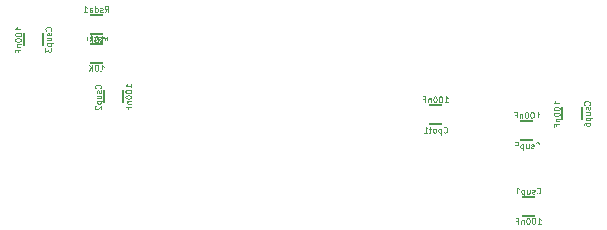
<source format=gbr>
G04 #@! TF.FileFunction,Legend,Bot*
%FSLAX46Y46*%
G04 Gerber Fmt 4.6, Leading zero omitted, Abs format (unit mm)*
G04 Created by KiCad (PCBNEW (2015-01-16 BZR 5376)-product) date 20/06/2015 16:12:35*
%MOMM*%
G01*
G04 APERTURE LIST*
%ADD10C,0.100000*%
%ADD11C,0.127000*%
%ADD12C,0.119380*%
%ADD13R,1.800200X1.800200*%
%ADD14C,1.899260*%
%ADD15R,1.597000X2.486000*%
%ADD16O,1.597000X2.486000*%
%ADD17R,1.800200X2.003400*%
%ADD18R,2.003400X1.800200*%
%ADD19R,1.701140X1.701140*%
%ADD20R,1.470000X2.232000*%
%ADD21O,1.470000X2.232000*%
%ADD22C,1.398880*%
G04 APERTURE END LIST*
D10*
D11*
X167767000Y-117398800D02*
X167767000Y-115773200D01*
X170053000Y-115773200D02*
X170053000Y-117398800D01*
X170510200Y-115773200D02*
X170510200Y-117398800D01*
X170510200Y-117398800D02*
X167309800Y-117398800D01*
X167309800Y-117398800D02*
X167309800Y-115773200D01*
X167309800Y-115773200D02*
X170510200Y-115773200D01*
X134607300Y-108458000D02*
X132981700Y-108458000D01*
X132981700Y-106172000D02*
X134607300Y-106172000D01*
X132981700Y-105714800D02*
X134607300Y-105714800D01*
X134607300Y-105714800D02*
X134607300Y-108915200D01*
X134607300Y-108915200D02*
X132981700Y-108915200D01*
X132981700Y-108915200D02*
X132981700Y-105714800D01*
X126187200Y-101346000D02*
X127812800Y-101346000D01*
X127812800Y-103632000D02*
X126187200Y-103632000D01*
X127812800Y-104089200D02*
X126187200Y-104089200D01*
X126187200Y-104089200D02*
X126187200Y-100888800D01*
X126187200Y-100888800D02*
X127812800Y-100888800D01*
X127812800Y-100888800D02*
X127812800Y-104089200D01*
X131191000Y-104444800D02*
X131191000Y-102819200D01*
X133477000Y-102819200D02*
X133477000Y-104444800D01*
X133934200Y-102819200D02*
X133934200Y-104444800D01*
X133934200Y-104444800D02*
X130733800Y-104444800D01*
X130733800Y-104444800D02*
X130733800Y-102819200D01*
X130733800Y-102819200D02*
X133934200Y-102819200D01*
X131191000Y-102031800D02*
X131191000Y-100406200D01*
X133477000Y-100406200D02*
X133477000Y-102031800D01*
X133934200Y-100406200D02*
X133934200Y-102031800D01*
X133934200Y-102031800D02*
X130733800Y-102031800D01*
X130733800Y-102031800D02*
X130733800Y-100406200D01*
X130733800Y-100406200D02*
X133934200Y-100406200D01*
X162179000Y-108026200D02*
X162179000Y-109651800D01*
X159893000Y-109651800D02*
X159893000Y-108026200D01*
X159435800Y-109651800D02*
X159435800Y-108026200D01*
X159435800Y-108026200D02*
X162636200Y-108026200D01*
X162636200Y-108026200D02*
X162636200Y-109651800D01*
X162636200Y-109651800D02*
X159435800Y-109651800D01*
X169926000Y-109359700D02*
X169926000Y-110985300D01*
X167640000Y-110985300D02*
X167640000Y-109359700D01*
X167182800Y-110985300D02*
X167182800Y-109359700D01*
X167182800Y-109359700D02*
X170383200Y-109359700D01*
X170383200Y-109359700D02*
X170383200Y-110985300D01*
X170383200Y-110985300D02*
X167182800Y-110985300D01*
X171780200Y-107632500D02*
X173405800Y-107632500D01*
X173405800Y-109918500D02*
X171780200Y-109918500D01*
X173405800Y-110375700D02*
X171780200Y-110375700D01*
X171780200Y-110375700D02*
X171780200Y-107175300D01*
X171780200Y-107175300D02*
X173405800Y-107175300D01*
X173405800Y-107175300D02*
X173405800Y-110375700D01*
D12*
X169623256Y-115469307D02*
X169647084Y-115493135D01*
X169718567Y-115516962D01*
X169766222Y-115516962D01*
X169837705Y-115493135D01*
X169885360Y-115445480D01*
X169909188Y-115397824D01*
X169933016Y-115302514D01*
X169933016Y-115231031D01*
X169909188Y-115135720D01*
X169885360Y-115088065D01*
X169837705Y-115040410D01*
X169766222Y-115016582D01*
X169718567Y-115016582D01*
X169647084Y-115040410D01*
X169623256Y-115064238D01*
X169432636Y-115493135D02*
X169384980Y-115516962D01*
X169289670Y-115516962D01*
X169242015Y-115493135D01*
X169218187Y-115445480D01*
X169218187Y-115421652D01*
X169242015Y-115373997D01*
X169289670Y-115350169D01*
X169361153Y-115350169D01*
X169408808Y-115326341D01*
X169432636Y-115278686D01*
X169432636Y-115254859D01*
X169408808Y-115207203D01*
X169361153Y-115183376D01*
X169289670Y-115183376D01*
X169242015Y-115207203D01*
X168789289Y-115183376D02*
X168789289Y-115516962D01*
X169003738Y-115183376D02*
X169003738Y-115445480D01*
X168979910Y-115493135D01*
X168932255Y-115516962D01*
X168860772Y-115516962D01*
X168813117Y-115493135D01*
X168789289Y-115469307D01*
X168551013Y-115183376D02*
X168551013Y-115683756D01*
X168551013Y-115207203D02*
X168503358Y-115183376D01*
X168408047Y-115183376D01*
X168360392Y-115207203D01*
X168336564Y-115231031D01*
X168312737Y-115278686D01*
X168312737Y-115421652D01*
X168336564Y-115469307D01*
X168360392Y-115493135D01*
X168408047Y-115516962D01*
X168503358Y-115516962D01*
X168551013Y-115493135D01*
X167836184Y-115516962D02*
X168122116Y-115516962D01*
X167979150Y-115516962D02*
X167979150Y-115016582D01*
X168026805Y-115088065D01*
X168074460Y-115135720D01*
X168122116Y-115159548D01*
X169684397Y-118082362D02*
X169970329Y-118082362D01*
X169827363Y-118082362D02*
X169827363Y-117581982D01*
X169875018Y-117653465D01*
X169922673Y-117701120D01*
X169970329Y-117724948D01*
X169374638Y-117581982D02*
X169326983Y-117581982D01*
X169279328Y-117605810D01*
X169255500Y-117629638D01*
X169231673Y-117677293D01*
X169207845Y-117772603D01*
X169207845Y-117891741D01*
X169231673Y-117987052D01*
X169255500Y-118034707D01*
X169279328Y-118058535D01*
X169326983Y-118082362D01*
X169374638Y-118082362D01*
X169422294Y-118058535D01*
X169446121Y-118034707D01*
X169469949Y-117987052D01*
X169493777Y-117891741D01*
X169493777Y-117772603D01*
X169469949Y-117677293D01*
X169446121Y-117629638D01*
X169422294Y-117605810D01*
X169374638Y-117581982D01*
X168898086Y-117581982D02*
X168850431Y-117581982D01*
X168802776Y-117605810D01*
X168778948Y-117629638D01*
X168755121Y-117677293D01*
X168731293Y-117772603D01*
X168731293Y-117891741D01*
X168755121Y-117987052D01*
X168778948Y-118034707D01*
X168802776Y-118058535D01*
X168850431Y-118082362D01*
X168898086Y-118082362D01*
X168945742Y-118058535D01*
X168969569Y-118034707D01*
X168993397Y-117987052D01*
X169017225Y-117891741D01*
X169017225Y-117772603D01*
X168993397Y-117677293D01*
X168969569Y-117629638D01*
X168945742Y-117605810D01*
X168898086Y-117581982D01*
X168516845Y-117748776D02*
X168516845Y-118082362D01*
X168516845Y-117796431D02*
X168493017Y-117772603D01*
X168445362Y-117748776D01*
X168373879Y-117748776D01*
X168326224Y-117772603D01*
X168302396Y-117820259D01*
X168302396Y-118082362D01*
X167897327Y-117820259D02*
X168064120Y-117820259D01*
X168064120Y-118082362D02*
X168064120Y-117581982D01*
X167825844Y-117581982D01*
X132677807Y-106601744D02*
X132701635Y-106577916D01*
X132725462Y-106506433D01*
X132725462Y-106458778D01*
X132701635Y-106387295D01*
X132653980Y-106339640D01*
X132606324Y-106315812D01*
X132511014Y-106291984D01*
X132439531Y-106291984D01*
X132344220Y-106315812D01*
X132296565Y-106339640D01*
X132248910Y-106387295D01*
X132225082Y-106458778D01*
X132225082Y-106506433D01*
X132248910Y-106577916D01*
X132272738Y-106601744D01*
X132701635Y-106792364D02*
X132725462Y-106840020D01*
X132725462Y-106935330D01*
X132701635Y-106982985D01*
X132653980Y-107006813D01*
X132630152Y-107006813D01*
X132582497Y-106982985D01*
X132558669Y-106935330D01*
X132558669Y-106863847D01*
X132534841Y-106816192D01*
X132487186Y-106792364D01*
X132463359Y-106792364D01*
X132415703Y-106816192D01*
X132391876Y-106863847D01*
X132391876Y-106935330D01*
X132415703Y-106982985D01*
X132391876Y-107435711D02*
X132725462Y-107435711D01*
X132391876Y-107221262D02*
X132653980Y-107221262D01*
X132701635Y-107245090D01*
X132725462Y-107292745D01*
X132725462Y-107364228D01*
X132701635Y-107411883D01*
X132677807Y-107435711D01*
X132391876Y-107673987D02*
X132892256Y-107673987D01*
X132415703Y-107673987D02*
X132391876Y-107721642D01*
X132391876Y-107816953D01*
X132415703Y-107864608D01*
X132439531Y-107888436D01*
X132487186Y-107912263D01*
X132630152Y-107912263D01*
X132677807Y-107888436D01*
X132701635Y-107864608D01*
X132725462Y-107816953D01*
X132725462Y-107721642D01*
X132701635Y-107673987D01*
X132272738Y-108102884D02*
X132248910Y-108126712D01*
X132225082Y-108174367D01*
X132225082Y-108293505D01*
X132248910Y-108341161D01*
X132272738Y-108364988D01*
X132320393Y-108388816D01*
X132368048Y-108388816D01*
X132439531Y-108364988D01*
X132725462Y-108079057D01*
X132725462Y-108388816D01*
X135290862Y-106540603D02*
X135290862Y-106254671D01*
X135290862Y-106397637D02*
X134790482Y-106397637D01*
X134861965Y-106349982D01*
X134909620Y-106302327D01*
X134933448Y-106254671D01*
X134790482Y-106850362D02*
X134790482Y-106898017D01*
X134814310Y-106945672D01*
X134838138Y-106969500D01*
X134885793Y-106993327D01*
X134981103Y-107017155D01*
X135100241Y-107017155D01*
X135195552Y-106993327D01*
X135243207Y-106969500D01*
X135267035Y-106945672D01*
X135290862Y-106898017D01*
X135290862Y-106850362D01*
X135267035Y-106802706D01*
X135243207Y-106778879D01*
X135195552Y-106755051D01*
X135100241Y-106731223D01*
X134981103Y-106731223D01*
X134885793Y-106755051D01*
X134838138Y-106778879D01*
X134814310Y-106802706D01*
X134790482Y-106850362D01*
X134790482Y-107326914D02*
X134790482Y-107374569D01*
X134814310Y-107422224D01*
X134838138Y-107446052D01*
X134885793Y-107469879D01*
X134981103Y-107493707D01*
X135100241Y-107493707D01*
X135195552Y-107469879D01*
X135243207Y-107446052D01*
X135267035Y-107422224D01*
X135290862Y-107374569D01*
X135290862Y-107326914D01*
X135267035Y-107279258D01*
X135243207Y-107255431D01*
X135195552Y-107231603D01*
X135100241Y-107207775D01*
X134981103Y-107207775D01*
X134885793Y-107231603D01*
X134838138Y-107255431D01*
X134814310Y-107279258D01*
X134790482Y-107326914D01*
X134957276Y-107708155D02*
X135290862Y-107708155D01*
X135004931Y-107708155D02*
X134981103Y-107731983D01*
X134957276Y-107779638D01*
X134957276Y-107851121D01*
X134981103Y-107898776D01*
X135028759Y-107922604D01*
X135290862Y-107922604D01*
X135028759Y-108327673D02*
X135028759Y-108160880D01*
X135290862Y-108160880D02*
X134790482Y-108160880D01*
X134790482Y-108399156D01*
X128474107Y-101724944D02*
X128497935Y-101701116D01*
X128521762Y-101629633D01*
X128521762Y-101581978D01*
X128497935Y-101510495D01*
X128450280Y-101462840D01*
X128402624Y-101439012D01*
X128307314Y-101415184D01*
X128235831Y-101415184D01*
X128140520Y-101439012D01*
X128092865Y-101462840D01*
X128045210Y-101510495D01*
X128021382Y-101581978D01*
X128021382Y-101629633D01*
X128045210Y-101701116D01*
X128069038Y-101724944D01*
X128497935Y-101915564D02*
X128521762Y-101963220D01*
X128521762Y-102058530D01*
X128497935Y-102106185D01*
X128450280Y-102130013D01*
X128426452Y-102130013D01*
X128378797Y-102106185D01*
X128354969Y-102058530D01*
X128354969Y-101987047D01*
X128331141Y-101939392D01*
X128283486Y-101915564D01*
X128259659Y-101915564D01*
X128212003Y-101939392D01*
X128188176Y-101987047D01*
X128188176Y-102058530D01*
X128212003Y-102106185D01*
X128188176Y-102558911D02*
X128521762Y-102558911D01*
X128188176Y-102344462D02*
X128450280Y-102344462D01*
X128497935Y-102368290D01*
X128521762Y-102415945D01*
X128521762Y-102487428D01*
X128497935Y-102535083D01*
X128474107Y-102558911D01*
X128188176Y-102797187D02*
X128688556Y-102797187D01*
X128212003Y-102797187D02*
X128188176Y-102844842D01*
X128188176Y-102940153D01*
X128212003Y-102987808D01*
X128235831Y-103011636D01*
X128283486Y-103035463D01*
X128426452Y-103035463D01*
X128474107Y-103011636D01*
X128497935Y-102987808D01*
X128521762Y-102940153D01*
X128521762Y-102844842D01*
X128497935Y-102797187D01*
X128021382Y-103202257D02*
X128021382Y-103512016D01*
X128212003Y-103345223D01*
X128212003Y-103416705D01*
X128235831Y-103464361D01*
X128259659Y-103488188D01*
X128307314Y-103512016D01*
X128426452Y-103512016D01*
X128474107Y-103488188D01*
X128497935Y-103464361D01*
X128521762Y-103416705D01*
X128521762Y-103273740D01*
X128497935Y-103226084D01*
X128474107Y-103202257D01*
X125956362Y-101714603D02*
X125956362Y-101428671D01*
X125956362Y-101571637D02*
X125455982Y-101571637D01*
X125527465Y-101523982D01*
X125575120Y-101476327D01*
X125598948Y-101428671D01*
X125455982Y-102024362D02*
X125455982Y-102072017D01*
X125479810Y-102119672D01*
X125503638Y-102143500D01*
X125551293Y-102167327D01*
X125646603Y-102191155D01*
X125765741Y-102191155D01*
X125861052Y-102167327D01*
X125908707Y-102143500D01*
X125932535Y-102119672D01*
X125956362Y-102072017D01*
X125956362Y-102024362D01*
X125932535Y-101976706D01*
X125908707Y-101952879D01*
X125861052Y-101929051D01*
X125765741Y-101905223D01*
X125646603Y-101905223D01*
X125551293Y-101929051D01*
X125503638Y-101952879D01*
X125479810Y-101976706D01*
X125455982Y-102024362D01*
X125455982Y-102500914D02*
X125455982Y-102548569D01*
X125479810Y-102596224D01*
X125503638Y-102620052D01*
X125551293Y-102643879D01*
X125646603Y-102667707D01*
X125765741Y-102667707D01*
X125861052Y-102643879D01*
X125908707Y-102620052D01*
X125932535Y-102596224D01*
X125956362Y-102548569D01*
X125956362Y-102500914D01*
X125932535Y-102453258D01*
X125908707Y-102429431D01*
X125861052Y-102405603D01*
X125765741Y-102381775D01*
X125646603Y-102381775D01*
X125551293Y-102405603D01*
X125503638Y-102429431D01*
X125479810Y-102453258D01*
X125455982Y-102500914D01*
X125622776Y-102882155D02*
X125956362Y-102882155D01*
X125670431Y-102882155D02*
X125646603Y-102905983D01*
X125622776Y-102953638D01*
X125622776Y-103025121D01*
X125646603Y-103072776D01*
X125694259Y-103096604D01*
X125956362Y-103096604D01*
X125694259Y-103501673D02*
X125694259Y-103334880D01*
X125956362Y-103334880D02*
X125455982Y-103334880D01*
X125455982Y-103573156D01*
X132940031Y-102562962D02*
X133106825Y-102324686D01*
X133225963Y-102562962D02*
X133225963Y-102062582D01*
X133035342Y-102062582D01*
X132987687Y-102086410D01*
X132963859Y-102110238D01*
X132940031Y-102157893D01*
X132940031Y-102229376D01*
X132963859Y-102277031D01*
X132987687Y-102300859D01*
X133035342Y-102324686D01*
X133225963Y-102324686D01*
X132749411Y-102539135D02*
X132701755Y-102562962D01*
X132606445Y-102562962D01*
X132558790Y-102539135D01*
X132534962Y-102491480D01*
X132534962Y-102467652D01*
X132558790Y-102419997D01*
X132606445Y-102396169D01*
X132677928Y-102396169D01*
X132725583Y-102372341D01*
X132749411Y-102324686D01*
X132749411Y-102300859D01*
X132725583Y-102253203D01*
X132677928Y-102229376D01*
X132606445Y-102229376D01*
X132558790Y-102253203D01*
X132106064Y-102539135D02*
X132153720Y-102562962D01*
X132249030Y-102562962D01*
X132296685Y-102539135D01*
X132320513Y-102515307D01*
X132344341Y-102467652D01*
X132344341Y-102324686D01*
X132320513Y-102277031D01*
X132296685Y-102253203D01*
X132249030Y-102229376D01*
X132153720Y-102229376D01*
X132106064Y-102253203D01*
X131820133Y-102562962D02*
X131867788Y-102539135D01*
X131891616Y-102491480D01*
X131891616Y-102062582D01*
X131367408Y-102562962D02*
X131653340Y-102562962D01*
X131510374Y-102562962D02*
X131510374Y-102062582D01*
X131558029Y-102134065D01*
X131605684Y-102181720D01*
X131653340Y-102205548D01*
X132679500Y-105128362D02*
X132965432Y-105128362D01*
X132822466Y-105128362D02*
X132822466Y-104627982D01*
X132870121Y-104699465D01*
X132917776Y-104747120D01*
X132965432Y-104770948D01*
X132369741Y-104627982D02*
X132322086Y-104627982D01*
X132274431Y-104651810D01*
X132250603Y-104675638D01*
X132226776Y-104723293D01*
X132202948Y-104818603D01*
X132202948Y-104937741D01*
X132226776Y-105033052D01*
X132250603Y-105080707D01*
X132274431Y-105104535D01*
X132322086Y-105128362D01*
X132369741Y-105128362D01*
X132417397Y-105104535D01*
X132441224Y-105080707D01*
X132465052Y-105033052D01*
X132488880Y-104937741D01*
X132488880Y-104818603D01*
X132465052Y-104723293D01*
X132441224Y-104675638D01*
X132417397Y-104651810D01*
X132369741Y-104627982D01*
X131988500Y-105128362D02*
X131988500Y-104627982D01*
X131702568Y-105128362D02*
X131917017Y-104842431D01*
X131702568Y-104627982D02*
X131988500Y-104913914D01*
X133047256Y-100149962D02*
X133214050Y-99911686D01*
X133333188Y-100149962D02*
X133333188Y-99649582D01*
X133142567Y-99649582D01*
X133094912Y-99673410D01*
X133071084Y-99697238D01*
X133047256Y-99744893D01*
X133047256Y-99816376D01*
X133071084Y-99864031D01*
X133094912Y-99887859D01*
X133142567Y-99911686D01*
X133333188Y-99911686D01*
X132856636Y-100126135D02*
X132808980Y-100149962D01*
X132713670Y-100149962D01*
X132666015Y-100126135D01*
X132642187Y-100078480D01*
X132642187Y-100054652D01*
X132666015Y-100006997D01*
X132713670Y-99983169D01*
X132785153Y-99983169D01*
X132832808Y-99959341D01*
X132856636Y-99911686D01*
X132856636Y-99887859D01*
X132832808Y-99840203D01*
X132785153Y-99816376D01*
X132713670Y-99816376D01*
X132666015Y-99840203D01*
X132213289Y-100149962D02*
X132213289Y-99649582D01*
X132213289Y-100126135D02*
X132260945Y-100149962D01*
X132356255Y-100149962D01*
X132403910Y-100126135D01*
X132427738Y-100102307D01*
X132451566Y-100054652D01*
X132451566Y-99911686D01*
X132427738Y-99864031D01*
X132403910Y-99840203D01*
X132356255Y-99816376D01*
X132260945Y-99816376D01*
X132213289Y-99840203D01*
X131760564Y-100149962D02*
X131760564Y-99887859D01*
X131784392Y-99840203D01*
X131832047Y-99816376D01*
X131927358Y-99816376D01*
X131975013Y-99840203D01*
X131760564Y-100126135D02*
X131808220Y-100149962D01*
X131927358Y-100149962D01*
X131975013Y-100126135D01*
X131998841Y-100078480D01*
X131998841Y-100030824D01*
X131975013Y-99983169D01*
X131927358Y-99959341D01*
X131808220Y-99959341D01*
X131760564Y-99935514D01*
X131260184Y-100149962D02*
X131546116Y-100149962D01*
X131403150Y-100149962D02*
X131403150Y-99649582D01*
X131450805Y-99721065D01*
X131498460Y-99768720D01*
X131546116Y-99792548D01*
X132679500Y-102715362D02*
X132965432Y-102715362D01*
X132822466Y-102715362D02*
X132822466Y-102214982D01*
X132870121Y-102286465D01*
X132917776Y-102334120D01*
X132965432Y-102357948D01*
X132369741Y-102214982D02*
X132322086Y-102214982D01*
X132274431Y-102238810D01*
X132250603Y-102262638D01*
X132226776Y-102310293D01*
X132202948Y-102405603D01*
X132202948Y-102524741D01*
X132226776Y-102620052D01*
X132250603Y-102667707D01*
X132274431Y-102691535D01*
X132322086Y-102715362D01*
X132369741Y-102715362D01*
X132417397Y-102691535D01*
X132441224Y-102667707D01*
X132465052Y-102620052D01*
X132488880Y-102524741D01*
X132488880Y-102405603D01*
X132465052Y-102310293D01*
X132441224Y-102262638D01*
X132417397Y-102238810D01*
X132369741Y-102214982D01*
X131988500Y-102715362D02*
X131988500Y-102214982D01*
X131702568Y-102715362D02*
X131917017Y-102429431D01*
X131702568Y-102214982D02*
X131988500Y-102500914D01*
X161740486Y-110313107D02*
X161764314Y-110336935D01*
X161835797Y-110360762D01*
X161883452Y-110360762D01*
X161954935Y-110336935D01*
X162002590Y-110289280D01*
X162026418Y-110241624D01*
X162050246Y-110146314D01*
X162050246Y-110074831D01*
X162026418Y-109979520D01*
X162002590Y-109931865D01*
X161954935Y-109884210D01*
X161883452Y-109860382D01*
X161835797Y-109860382D01*
X161764314Y-109884210D01*
X161740486Y-109908038D01*
X161526038Y-110027176D02*
X161526038Y-110527556D01*
X161526038Y-110051003D02*
X161478383Y-110027176D01*
X161383072Y-110027176D01*
X161335417Y-110051003D01*
X161311589Y-110074831D01*
X161287762Y-110122486D01*
X161287762Y-110265452D01*
X161311589Y-110313107D01*
X161335417Y-110336935D01*
X161383072Y-110360762D01*
X161478383Y-110360762D01*
X161526038Y-110336935D01*
X161001830Y-110360762D02*
X161049485Y-110336935D01*
X161073313Y-110313107D01*
X161097141Y-110265452D01*
X161097141Y-110122486D01*
X161073313Y-110074831D01*
X161049485Y-110051003D01*
X161001830Y-110027176D01*
X160930347Y-110027176D01*
X160882692Y-110051003D01*
X160858864Y-110074831D01*
X160835037Y-110122486D01*
X160835037Y-110265452D01*
X160858864Y-110313107D01*
X160882692Y-110336935D01*
X160930347Y-110360762D01*
X161001830Y-110360762D01*
X160692071Y-110027176D02*
X160501450Y-110027176D01*
X160620588Y-109860382D02*
X160620588Y-110289280D01*
X160596760Y-110336935D01*
X160549105Y-110360762D01*
X160501450Y-110360762D01*
X160072553Y-110360762D02*
X160358485Y-110360762D01*
X160215519Y-110360762D02*
X160215519Y-109860382D01*
X160263174Y-109931865D01*
X160310829Y-109979520D01*
X160358485Y-110003348D01*
X161810397Y-107795362D02*
X162096329Y-107795362D01*
X161953363Y-107795362D02*
X161953363Y-107294982D01*
X162001018Y-107366465D01*
X162048673Y-107414120D01*
X162096329Y-107437948D01*
X161500638Y-107294982D02*
X161452983Y-107294982D01*
X161405328Y-107318810D01*
X161381500Y-107342638D01*
X161357673Y-107390293D01*
X161333845Y-107485603D01*
X161333845Y-107604741D01*
X161357673Y-107700052D01*
X161381500Y-107747707D01*
X161405328Y-107771535D01*
X161452983Y-107795362D01*
X161500638Y-107795362D01*
X161548294Y-107771535D01*
X161572121Y-107747707D01*
X161595949Y-107700052D01*
X161619777Y-107604741D01*
X161619777Y-107485603D01*
X161595949Y-107390293D01*
X161572121Y-107342638D01*
X161548294Y-107318810D01*
X161500638Y-107294982D01*
X161024086Y-107294982D02*
X160976431Y-107294982D01*
X160928776Y-107318810D01*
X160904948Y-107342638D01*
X160881121Y-107390293D01*
X160857293Y-107485603D01*
X160857293Y-107604741D01*
X160881121Y-107700052D01*
X160904948Y-107747707D01*
X160928776Y-107771535D01*
X160976431Y-107795362D01*
X161024086Y-107795362D01*
X161071742Y-107771535D01*
X161095569Y-107747707D01*
X161119397Y-107700052D01*
X161143225Y-107604741D01*
X161143225Y-107485603D01*
X161119397Y-107390293D01*
X161095569Y-107342638D01*
X161071742Y-107318810D01*
X161024086Y-107294982D01*
X160642845Y-107461776D02*
X160642845Y-107795362D01*
X160642845Y-107509431D02*
X160619017Y-107485603D01*
X160571362Y-107461776D01*
X160499879Y-107461776D01*
X160452224Y-107485603D01*
X160428396Y-107533259D01*
X160428396Y-107795362D01*
X160023327Y-107533259D02*
X160190120Y-107533259D01*
X160190120Y-107795362D02*
X160190120Y-107294982D01*
X159951844Y-107294982D01*
X169547056Y-111646607D02*
X169570884Y-111670435D01*
X169642367Y-111694262D01*
X169690022Y-111694262D01*
X169761505Y-111670435D01*
X169809160Y-111622780D01*
X169832988Y-111575124D01*
X169856816Y-111479814D01*
X169856816Y-111408331D01*
X169832988Y-111313020D01*
X169809160Y-111265365D01*
X169761505Y-111217710D01*
X169690022Y-111193882D01*
X169642367Y-111193882D01*
X169570884Y-111217710D01*
X169547056Y-111241538D01*
X169356436Y-111670435D02*
X169308780Y-111694262D01*
X169213470Y-111694262D01*
X169165815Y-111670435D01*
X169141987Y-111622780D01*
X169141987Y-111598952D01*
X169165815Y-111551297D01*
X169213470Y-111527469D01*
X169284953Y-111527469D01*
X169332608Y-111503641D01*
X169356436Y-111455986D01*
X169356436Y-111432159D01*
X169332608Y-111384503D01*
X169284953Y-111360676D01*
X169213470Y-111360676D01*
X169165815Y-111384503D01*
X168713089Y-111360676D02*
X168713089Y-111694262D01*
X168927538Y-111360676D02*
X168927538Y-111622780D01*
X168903710Y-111670435D01*
X168856055Y-111694262D01*
X168784572Y-111694262D01*
X168736917Y-111670435D01*
X168713089Y-111646607D01*
X168474813Y-111360676D02*
X168474813Y-111861056D01*
X168474813Y-111384503D02*
X168427158Y-111360676D01*
X168331847Y-111360676D01*
X168284192Y-111384503D01*
X168260364Y-111408331D01*
X168236537Y-111455986D01*
X168236537Y-111598952D01*
X168260364Y-111646607D01*
X168284192Y-111670435D01*
X168331847Y-111694262D01*
X168427158Y-111694262D01*
X168474813Y-111670435D01*
X167783812Y-111193882D02*
X168022088Y-111193882D01*
X168045916Y-111432159D01*
X168022088Y-111408331D01*
X167974433Y-111384503D01*
X167855295Y-111384503D01*
X167807639Y-111408331D01*
X167783812Y-111432159D01*
X167759984Y-111479814D01*
X167759984Y-111598952D01*
X167783812Y-111646607D01*
X167807639Y-111670435D01*
X167855295Y-111694262D01*
X167974433Y-111694262D01*
X168022088Y-111670435D01*
X168045916Y-111646607D01*
X169557397Y-109128862D02*
X169843329Y-109128862D01*
X169700363Y-109128862D02*
X169700363Y-108628482D01*
X169748018Y-108699965D01*
X169795673Y-108747620D01*
X169843329Y-108771448D01*
X169247638Y-108628482D02*
X169199983Y-108628482D01*
X169152328Y-108652310D01*
X169128500Y-108676138D01*
X169104673Y-108723793D01*
X169080845Y-108819103D01*
X169080845Y-108938241D01*
X169104673Y-109033552D01*
X169128500Y-109081207D01*
X169152328Y-109105035D01*
X169199983Y-109128862D01*
X169247638Y-109128862D01*
X169295294Y-109105035D01*
X169319121Y-109081207D01*
X169342949Y-109033552D01*
X169366777Y-108938241D01*
X169366777Y-108819103D01*
X169342949Y-108723793D01*
X169319121Y-108676138D01*
X169295294Y-108652310D01*
X169247638Y-108628482D01*
X168771086Y-108628482D02*
X168723431Y-108628482D01*
X168675776Y-108652310D01*
X168651948Y-108676138D01*
X168628121Y-108723793D01*
X168604293Y-108819103D01*
X168604293Y-108938241D01*
X168628121Y-109033552D01*
X168651948Y-109081207D01*
X168675776Y-109105035D01*
X168723431Y-109128862D01*
X168771086Y-109128862D01*
X168818742Y-109105035D01*
X168842569Y-109081207D01*
X168866397Y-109033552D01*
X168890225Y-108938241D01*
X168890225Y-108819103D01*
X168866397Y-108723793D01*
X168842569Y-108676138D01*
X168818742Y-108652310D01*
X168771086Y-108628482D01*
X168389845Y-108795276D02*
X168389845Y-109128862D01*
X168389845Y-108842931D02*
X168366017Y-108819103D01*
X168318362Y-108795276D01*
X168246879Y-108795276D01*
X168199224Y-108819103D01*
X168175396Y-108866759D01*
X168175396Y-109128862D01*
X167770327Y-108866759D02*
X167937120Y-108866759D01*
X167937120Y-109128862D02*
X167937120Y-108628482D01*
X167698844Y-108628482D01*
X174067107Y-108011444D02*
X174090935Y-107987616D01*
X174114762Y-107916133D01*
X174114762Y-107868478D01*
X174090935Y-107796995D01*
X174043280Y-107749340D01*
X173995624Y-107725512D01*
X173900314Y-107701684D01*
X173828831Y-107701684D01*
X173733520Y-107725512D01*
X173685865Y-107749340D01*
X173638210Y-107796995D01*
X173614382Y-107868478D01*
X173614382Y-107916133D01*
X173638210Y-107987616D01*
X173662038Y-108011444D01*
X174090935Y-108202064D02*
X174114762Y-108249720D01*
X174114762Y-108345030D01*
X174090935Y-108392685D01*
X174043280Y-108416513D01*
X174019452Y-108416513D01*
X173971797Y-108392685D01*
X173947969Y-108345030D01*
X173947969Y-108273547D01*
X173924141Y-108225892D01*
X173876486Y-108202064D01*
X173852659Y-108202064D01*
X173805003Y-108225892D01*
X173781176Y-108273547D01*
X173781176Y-108345030D01*
X173805003Y-108392685D01*
X173781176Y-108845411D02*
X174114762Y-108845411D01*
X173781176Y-108630962D02*
X174043280Y-108630962D01*
X174090935Y-108654790D01*
X174114762Y-108702445D01*
X174114762Y-108773928D01*
X174090935Y-108821583D01*
X174067107Y-108845411D01*
X173781176Y-109083687D02*
X174281556Y-109083687D01*
X173805003Y-109083687D02*
X173781176Y-109131342D01*
X173781176Y-109226653D01*
X173805003Y-109274308D01*
X173828831Y-109298136D01*
X173876486Y-109321963D01*
X174019452Y-109321963D01*
X174067107Y-109298136D01*
X174090935Y-109274308D01*
X174114762Y-109226653D01*
X174114762Y-109131342D01*
X174090935Y-109083687D01*
X173614382Y-109750861D02*
X173614382Y-109655550D01*
X173638210Y-109607895D01*
X173662038Y-109584067D01*
X173733520Y-109536412D01*
X173828831Y-109512584D01*
X174019452Y-109512584D01*
X174067107Y-109536412D01*
X174090935Y-109560240D01*
X174114762Y-109607895D01*
X174114762Y-109703205D01*
X174090935Y-109750861D01*
X174067107Y-109774688D01*
X174019452Y-109798516D01*
X173900314Y-109798516D01*
X173852659Y-109774688D01*
X173828831Y-109750861D01*
X173805003Y-109703205D01*
X173805003Y-109607895D01*
X173828831Y-109560240D01*
X173852659Y-109536412D01*
X173900314Y-109512584D01*
X171549362Y-108001103D02*
X171549362Y-107715171D01*
X171549362Y-107858137D02*
X171048982Y-107858137D01*
X171120465Y-107810482D01*
X171168120Y-107762827D01*
X171191948Y-107715171D01*
X171048982Y-108310862D02*
X171048982Y-108358517D01*
X171072810Y-108406172D01*
X171096638Y-108430000D01*
X171144293Y-108453827D01*
X171239603Y-108477655D01*
X171358741Y-108477655D01*
X171454052Y-108453827D01*
X171501707Y-108430000D01*
X171525535Y-108406172D01*
X171549362Y-108358517D01*
X171549362Y-108310862D01*
X171525535Y-108263206D01*
X171501707Y-108239379D01*
X171454052Y-108215551D01*
X171358741Y-108191723D01*
X171239603Y-108191723D01*
X171144293Y-108215551D01*
X171096638Y-108239379D01*
X171072810Y-108263206D01*
X171048982Y-108310862D01*
X171048982Y-108787414D02*
X171048982Y-108835069D01*
X171072810Y-108882724D01*
X171096638Y-108906552D01*
X171144293Y-108930379D01*
X171239603Y-108954207D01*
X171358741Y-108954207D01*
X171454052Y-108930379D01*
X171501707Y-108906552D01*
X171525535Y-108882724D01*
X171549362Y-108835069D01*
X171549362Y-108787414D01*
X171525535Y-108739758D01*
X171501707Y-108715931D01*
X171454052Y-108692103D01*
X171358741Y-108668275D01*
X171239603Y-108668275D01*
X171144293Y-108692103D01*
X171096638Y-108715931D01*
X171072810Y-108739758D01*
X171048982Y-108787414D01*
X171215776Y-109168655D02*
X171549362Y-109168655D01*
X171263431Y-109168655D02*
X171239603Y-109192483D01*
X171215776Y-109240138D01*
X171215776Y-109311621D01*
X171239603Y-109359276D01*
X171287259Y-109383104D01*
X171549362Y-109383104D01*
X171287259Y-109788173D02*
X171287259Y-109621380D01*
X171549362Y-109621380D02*
X171048982Y-109621380D01*
X171048982Y-109859656D01*
%LPC*%
D13*
X137160000Y-108712000D03*
D14*
X137160000Y-106172000D03*
X137160000Y-103632000D03*
X137160000Y-101092000D03*
D13*
X168783000Y-93599000D03*
D14*
X166243000Y-93599000D03*
X163703000Y-93599000D03*
X161163000Y-93599000D03*
D13*
X165100000Y-116713000D03*
D14*
X162560000Y-116713000D03*
X160020000Y-116713000D03*
X157480000Y-116713000D03*
D15*
X124371100Y-112623600D03*
D16*
X126911100Y-112623600D03*
X129451100Y-112623600D03*
X131991100Y-112623600D03*
X134531100Y-112623600D03*
X137071100Y-112623600D03*
X139611100Y-112623600D03*
X142151100Y-112623600D03*
X144691100Y-112623600D03*
X147231100Y-112623600D03*
X149771100Y-112623600D03*
X152311100Y-112623600D03*
X154851100Y-112623600D03*
X157391100Y-112623600D03*
X159931100Y-112623600D03*
X162471100Y-112623600D03*
X165011100Y-112623600D03*
X167551100Y-112623600D03*
X170091100Y-112623600D03*
X172631100Y-112623600D03*
X172631100Y-97383600D03*
X170091100Y-97383600D03*
X167551100Y-97383600D03*
X165011100Y-97383600D03*
X162471100Y-97383600D03*
X159931100Y-97383600D03*
X157391100Y-97383600D03*
X154851100Y-97383600D03*
X152311100Y-97383600D03*
X149771100Y-97383600D03*
X147231100Y-97383600D03*
X144691100Y-97383600D03*
X142151100Y-97383600D03*
X139611100Y-97383600D03*
X137071100Y-97383600D03*
X134531100Y-97383600D03*
X131991100Y-97383600D03*
X129451100Y-97383600D03*
X126911100Y-97383600D03*
X124371100Y-97383600D03*
D17*
X167513000Y-116586000D03*
X170307000Y-116586000D03*
D18*
X133794500Y-108712000D03*
X133794500Y-105918000D03*
X127000000Y-101092000D03*
X127000000Y-103886000D03*
D19*
X121158000Y-117094000D03*
D14*
X123698000Y-117094000D03*
D19*
X144780000Y-116840000D03*
D14*
X142240000Y-116840000D03*
X139700000Y-116840000D03*
X137160000Y-116840000D03*
X134620000Y-116840000D03*
X132080000Y-116840000D03*
D17*
X130937000Y-103632000D03*
X133731000Y-103632000D03*
X130937000Y-101219000D03*
X133731000Y-101219000D03*
D19*
X179578000Y-113538000D03*
D14*
X179578000Y-110998000D03*
X179578000Y-108458000D03*
X179578000Y-105918000D03*
X179578000Y-103378000D03*
X179578000Y-100838000D03*
X179578000Y-98298000D03*
D19*
X132080000Y-93472000D03*
D14*
X134620000Y-93472000D03*
D13*
X121666000Y-93472000D03*
D14*
X124206000Y-93472000D03*
X126746000Y-93472000D03*
X129286000Y-93472000D03*
D20*
X155448000Y-91440000D03*
D21*
X153449020Y-91440000D03*
X151450040Y-91440000D03*
X149448520Y-91440000D03*
X147449540Y-91440000D03*
X145448020Y-91440000D03*
X143449040Y-91440000D03*
X141450060Y-91440000D03*
X141450060Y-108889800D03*
X143449040Y-108889800D03*
X145448020Y-108889800D03*
X147449540Y-108889800D03*
X149448520Y-108889800D03*
X151450040Y-108889800D03*
X153449020Y-108889800D03*
X155448000Y-108889800D03*
D17*
X162433000Y-108839000D03*
X159639000Y-108839000D03*
X170180000Y-110172500D03*
X167386000Y-110172500D03*
D22*
X119634000Y-106172000D03*
D19*
X153670000Y-116840000D03*
D14*
X151130000Y-116840000D03*
X148590000Y-116840000D03*
D19*
X163195000Y-104394000D03*
D14*
X163195000Y-101854000D03*
D22*
X143319500Y-104330500D03*
D18*
X172593000Y-107378500D03*
X172593000Y-110172500D03*
D22*
X118999000Y-118999000D03*
X119570500Y-97536000D03*
X127000000Y-106108500D03*
M02*

</source>
